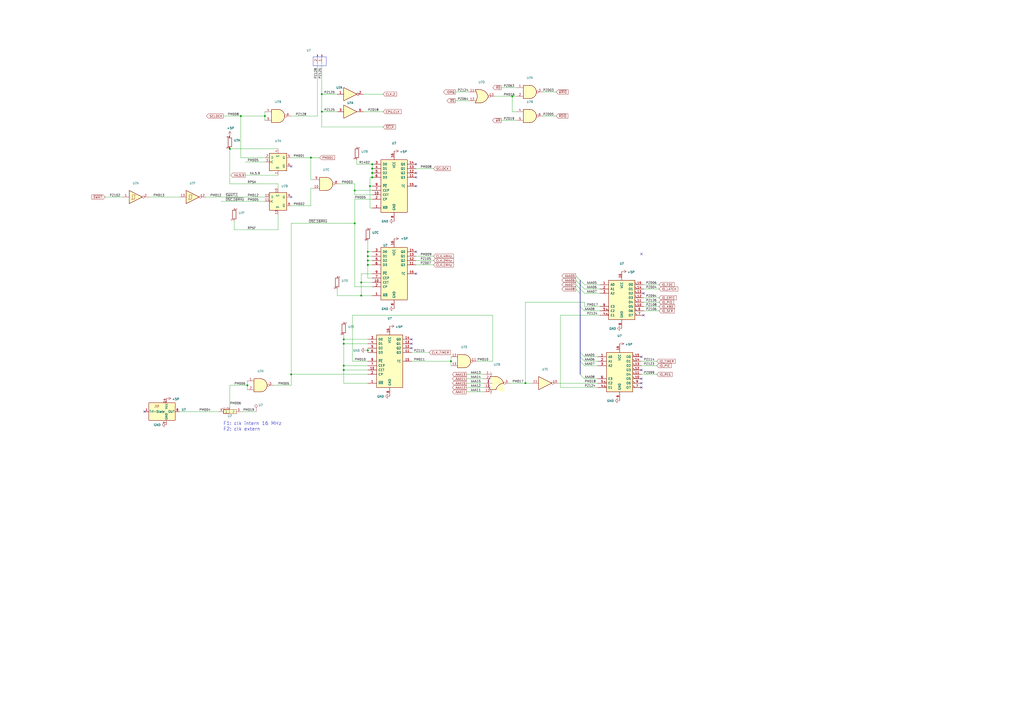
<source format=kicad_sch>
(kicad_sch (version 20220820) (generator eeschema)
  (paper "A2")
  (title_block (title "P12 CLK IO"))
  (lib_symbols
    (symbol "74xx:74LS00" (pin_names (offset 1.016))
      (property "Reference" "U" (at 0 1.27 0))
      (property "Value" "74LS00" (at 0 -1.27 0))
      (symbol "74LS00_1_1"
        (pin input line (at -7.62 2.54 0) (length 3.81) (name "~") (number "1"))
        (pin input line (at -7.62 -2.54 0) (length 3.81) (name "~") (number "2"))
        (pin output inverted (at 7.62 0 180) (length 3.81) (name "~") (number "3"))
      )
      (symbol "74LS00_1_2"
        (pin input inverted (at -7.62 2.54 0) (length 4.318) (name "~") (number "1"))
        (pin input inverted (at -7.62 -2.54 0) (length 4.318) (name "~") (number "2"))
        (pin output line (at 7.62 0 180) (length 3.81) (name "~") (number "3"))
      )
      (symbol "74LS00_2_1"
        (pin input line (at -7.62 2.54 0) (length 3.81) (name "~") (number "4"))
        (pin input line (at -7.62 -2.54 0) (length 3.81) (name "~") (number "5"))
        (pin output inverted (at 7.62 0 180) (length 3.81) (name "~") (number "6"))
      )
      (symbol "74LS00_2_2"
        (pin input inverted (at -7.62 2.54 0) (length 4.318) (name "~") (number "4"))
        (pin input inverted (at -7.62 -2.54 0) (length 4.318) (name "~") (number "5"))
        (pin output line (at 7.62 0 180) (length 3.81) (name "~") (number "6"))
      )
      (symbol "74LS00_3_1"
        (pin input line (at -7.62 -2.54 0) (length 3.81) (name "~") (number "10"))
        (pin output inverted (at 7.62 0 180) (length 3.81) (name "~") (number "8"))
        (pin input line (at -7.62 2.54 0) (length 3.81) (name "~") (number "9"))
      )
      (symbol "74LS00_3_2"
        (pin input inverted (at -7.62 -2.54 0) (length 4.318) (name "~") (number "10"))
        (pin output line (at 7.62 0 180) (length 3.81) (name "~") (number "8"))
        (pin input inverted (at -7.62 2.54 0) (length 4.318) (name "~") (number "9"))
      )
      (symbol "74LS00_4_1"
        (pin output inverted (at 7.62 0 180) (length 3.81) (name "~") (number "11"))
        (pin input line (at -7.62 2.54 0) (length 3.81) (name "~") (number "12"))
        (pin input line (at -7.62 -2.54 0) (length 3.81) (name "~") (number "13"))
      )
      (symbol "74LS00_4_2"
        (pin output line (at 7.62 0 180) (length 3.81) (name "~") (number "11"))
        (pin input inverted (at -7.62 2.54 0) (length 4.318) (name "~") (number "12"))
        (pin input inverted (at -7.62 -2.54 0) (length 4.318) (name "~") (number "13"))
      )
      (symbol "74LS00_5_0"
        (pin power_in line (at 0 12.7 270) (length 5.08) (name "VCC") (number "14"))
        (pin power_in line (at 0 -12.7 90) (length 5.08) (name "GND") (number "7"))
      )
    )
    (symbol "74xx:74LS02" (pin_names (offset 1.016))
      (property "Reference" "U" (at 0 1.27 0))
      (property "Value" "74LS02" (at 0 -1.27 0))
      (symbol "74LS02_1_1"
        (pin output inverted (at 7.62 0 180) (length 3.81) (name "~") (number "1"))
        (pin input line (at -7.62 2.54 0) (length 4.318) (name "~") (number "2"))
        (pin input line (at -7.62 -2.54 0) (length 4.318) (name "~") (number "3"))
      )
      (symbol "74LS02_1_2"
        (pin output line (at 7.62 0 180) (length 3.81) (name "~") (number "1"))
        (pin input inverted (at -7.62 2.54 0) (length 3.81) (name "~") (number "2"))
        (pin input inverted (at -7.62 -2.54 0) (length 3.81) (name "~") (number "3"))
      )
      (symbol "74LS02_2_1"
        (pin output inverted (at 7.62 0 180) (length 3.81) (name "~") (number "4"))
        (pin input line (at -7.62 2.54 0) (length 4.318) (name "~") (number "5"))
        (pin input line (at -7.62 -2.54 0) (length 4.318) (name "~") (number "6"))
      )
      (symbol "74LS02_2_2"
        (pin output line (at 7.62 0 180) (length 3.81) (name "~") (number "4"))
        (pin input inverted (at -7.62 2.54 0) (length 3.81) (name "~") (number "5"))
        (pin input inverted (at -7.62 -2.54 0) (length 3.81) (name "~") (number "6"))
      )
      (symbol "74LS02_3_1"
        (pin output inverted (at 7.62 0 180) (length 3.81) (name "~") (number "10"))
        (pin input line (at -7.62 2.54 0) (length 4.318) (name "~") (number "8"))
        (pin input line (at -7.62 -2.54 0) (length 4.318) (name "~") (number "9"))
      )
      (symbol "74LS02_3_2"
        (pin output line (at 7.62 0 180) (length 3.81) (name "~") (number "10"))
        (pin input inverted (at -7.62 2.54 0) (length 3.81) (name "~") (number "8"))
        (pin input inverted (at -7.62 -2.54 0) (length 3.81) (name "~") (number "9"))
      )
      (symbol "74LS02_4_1"
        (pin input line (at -7.62 2.54 0) (length 4.318) (name "~") (number "11"))
        (pin input line (at -7.62 -2.54 0) (length 4.318) (name "~") (number "12"))
        (pin output inverted (at 7.62 0 180) (length 3.81) (name "~") (number "13"))
      )
      (symbol "74LS02_4_2"
        (pin input inverted (at -7.62 2.54 0) (length 3.81) (name "~") (number "11"))
        (pin input inverted (at -7.62 -2.54 0) (length 3.81) (name "~") (number "12"))
        (pin output line (at 7.62 0 180) (length 3.81) (name "~") (number "13"))
      )
      (symbol "74LS02_5_0"
        (pin power_in line (at 0 12.7 270) (length 5.08) (name "VCC") (number "14"))
        (pin power_in line (at 0 -12.7 90) (length 5.08) (name "GND") (number "7"))
      )
    )
    (symbol "74xx:74LS04"
      (property "Reference" "U" (at 0 1.27 0))
      (property "Value" "74LS04" (at 0 -1.27 0))
      (symbol "74LS04_1_0"
        (pin input line (at -7.62 0 0) (length 3.81) (name "~") (number "1"))
        (pin output inverted (at 7.62 0 180) (length 3.81) (name "~") (number "2"))
      )
      (symbol "74LS04_2_0"
        (pin input line (at -7.62 0 0) (length 3.81) (name "~") (number "3"))
        (pin output inverted (at 7.62 0 180) (length 3.81) (name "~") (number "4"))
      )
      (symbol "74LS04_3_0"
        (pin input line (at -7.62 0 0) (length 3.81) (name "~") (number "5"))
        (pin output inverted (at 7.62 0 180) (length 3.81) (name "~") (number "6"))
      )
      (symbol "74LS04_4_0"
        (pin output inverted (at 7.62 0 180) (length 3.81) (name "~") (number "8"))
        (pin input line (at -7.62 0 0) (length 3.81) (name "~") (number "9"))
      )
      (symbol "74LS04_5_0"
        (pin output inverted (at 7.62 0 180) (length 3.81) (name "~") (number "10"))
        (pin input line (at -7.62 0 0) (length 3.81) (name "~") (number "11"))
      )
      (symbol "74LS04_6_0"
        (pin output inverted (at 7.62 0 180) (length 3.81) (name "~") (number "12"))
        (pin input line (at -7.62 0 0) (length 3.81) (name "~") (number "13"))
      )
      (symbol "74LS04_7_0"
        (pin power_in line (at 0 12.7 270) (length 5.08) (name "VCC") (number "14"))
        (pin power_in line (at 0 -12.7 90) (length 5.08) (name "GND") (number "7"))
      )
    )
    (symbol "74xx:74LS138" (pin_names (offset 1.016))
      (property "Reference" "U" (at -7.62 11.43 0))
      (property "Value" "74LS138" (at -7.62 -13.97 0))
      (symbol "74LS138_1_0"
        (pin input line (at -12.7 7.62 0) (length 5.08) (name "A0") (number "1"))
        (pin output output_low (at 12.7 -5.08 180) (length 5.08) (name "O5") (number "10"))
        (pin output output_low (at 12.7 -2.54 180) (length 5.08) (name "O4") (number "11"))
        (pin output output_low (at 12.7 0 180) (length 5.08) (name "O3") (number "12"))
        (pin output output_low (at 12.7 2.54 180) (length 5.08) (name "O2") (number "13"))
        (pin output output_low (at 12.7 5.08 180) (length 5.08) (name "O1") (number "14"))
        (pin output output_low (at 12.7 7.62 180) (length 5.08) (name "O0") (number "15"))
        (pin power_in line (at 0 15.24 270) (length 5.08) (name "VCC") (number "16"))
        (pin input line (at -12.7 5.08 0) (length 5.08) (name "A1") (number "2"))
        (pin input line (at -12.7 2.54 0) (length 5.08) (name "A2") (number "3"))
        (pin input input_low (at -12.7 -10.16 0) (length 5.08) (name "E1") (number "4"))
        (pin input input_low (at -12.7 -7.62 0) (length 5.08) (name "E2") (number "5"))
        (pin input line (at -12.7 -5.08 0) (length 5.08) (name "E3") (number "6"))
        (pin output output_low (at 12.7 -10.16 180) (length 5.08) (name "O7") (number "7"))
        (pin power_in line (at 0 -17.78 90) (length 5.08) (name "GND") (number "8"))
        (pin output output_low (at 12.7 -7.62 180) (length 5.08) (name "O6") (number "9"))
      )
    )
    (symbol "74xx:74LS14" (pin_names (offset 1.016))
      (property "Reference" "U" (at 0 1.27 0))
      (property "Value" "74LS14" (at 0 -1.27 0))
      (symbol "74LS14_1_0"
        (pin input line (at -7.62 0 0) (length 3.81) (name "~") (number "1"))
        (pin output inverted (at 7.62 0 180) (length 3.81) (name "~") (number "2"))
      )
      (symbol "74LS14_2_0"
        (pin input line (at -7.62 0 0) (length 3.81) (name "~") (number "3"))
        (pin output inverted (at 7.62 0 180) (length 3.81) (name "~") (number "4"))
      )
      (symbol "74LS14_3_0"
        (pin input line (at -7.62 0 0) (length 3.81) (name "~") (number "5"))
        (pin output inverted (at 7.62 0 180) (length 3.81) (name "~") (number "6"))
      )
      (symbol "74LS14_4_0"
        (pin output inverted (at 7.62 0 180) (length 3.81) (name "~") (number "8"))
        (pin input line (at -7.62 0 0) (length 3.81) (name "~") (number "9"))
      )
      (symbol "74LS14_5_0"
        (pin output inverted (at 7.62 0 180) (length 3.81) (name "~") (number "10"))
        (pin input line (at -7.62 0 0) (length 3.81) (name "~") (number "11"))
      )
      (symbol "74LS14_6_0"
        (pin output inverted (at 7.62 0 180) (length 3.81) (name "~") (number "12"))
        (pin input line (at -7.62 0 0) (length 3.81) (name "~") (number "13"))
      )
      (symbol "74LS14_7_0"
        (pin power_in line (at 0 12.7 270) (length 5.08) (name "VCC") (number "14"))
        (pin power_in line (at 0 -12.7 90) (length 5.08) (name "GND") (number "7"))
      )
    )
    (symbol "74xx:74LS163" (pin_names (offset 1.016))
      (property "Reference" "U" (at -7.62 16.51 0))
      (property "Value" "74LS163" (at -7.62 -16.51 0))
      (symbol "74LS163_1_0"
        (pin input line (at -12.7 -12.7 0) (length 5.08) (name "~{MR}") (number "1"))
        (pin input line (at -12.7 -5.08 0) (length 5.08) (name "CET") (number "10"))
        (pin output line (at 12.7 5.08 180) (length 5.08) (name "Q3") (number "11"))
        (pin output line (at 12.7 7.62 180) (length 5.08) (name "Q2") (number "12"))
        (pin output line (at 12.7 10.16 180) (length 5.08) (name "Q1") (number "13"))
        (pin output line (at 12.7 12.7 180) (length 5.08) (name "Q0") (number "14"))
        (pin output line (at 12.7 0 180) (length 5.08) (name "TC") (number "15"))
        (pin power_in line (at 0 20.32 270) (length 5.08) (name "VCC") (number "16"))
        (pin input line (at -12.7 -7.62 0) (length 5.08) (name "CP") (number "2"))
        (pin input line (at -12.7 12.7 0) (length 5.08) (name "D0") (number "3"))
        (pin input line (at -12.7 10.16 0) (length 5.08) (name "D1") (number "4"))
        (pin input line (at -12.7 7.62 0) (length 5.08) (name "D2") (number "5"))
        (pin input line (at -12.7 5.08 0) (length 5.08) (name "D3") (number "6"))
        (pin input line (at -12.7 -2.54 0) (length 5.08) (name "CEP") (number "7"))
        (pin power_in line (at 0 -20.32 90) (length 5.08) (name "GND") (number "8"))
        (pin input line (at -12.7 0 0) (length 5.08) (name "~{PE}") (number "9"))
      )
    )
    (symbol "74xx:74LS74" (pin_names (offset 1.016))
      (property "Reference" "U" (at -7.62 8.89 0))
      (property "Value" "74LS74" (at -7.62 -8.89 0))
      (symbol "74LS74_1_0"
        (pin input line (at 0 -7.62 90) (length 2.54) (name "~{R}") (number "1"))
        (pin input line (at -7.62 2.54 0) (length 2.54) (name "D") (number "2"))
        (pin input clock (at -7.62 0 0) (length 2.54) (name "C") (number "3"))
        (pin input line (at 0 7.62 270) (length 2.54) (name "~{S}") (number "4"))
        (pin output line (at 7.62 2.54 180) (length 2.54) (name "Q") (number "5"))
        (pin output line (at 7.62 -2.54 180) (length 2.54) (name "~{Q}") (number "6"))
      )
      (symbol "74LS74_2_0"
        (pin input line (at 0 7.62 270) (length 2.54) (name "~{S}") (number "10"))
        (pin input clock (at -7.62 0 0) (length 2.54) (name "C") (number "11"))
        (pin input line (at -7.62 2.54 0) (length 2.54) (name "D") (number "12"))
        (pin input line (at 0 -7.62 90) (length 2.54) (name "~{R}") (number "13"))
        (pin output line (at 7.62 -2.54 180) (length 2.54) (name "~{Q}") (number "8"))
        (pin output line (at 7.62 2.54 180) (length 2.54) (name "Q") (number "9"))
      )
      (symbol "74LS74_3_0"
        (pin power_in line (at 0 10.16 270) (length 2.54) (name "VCC") (number "14"))
        (pin power_in line (at 0 -10.16 90) (length 2.54) (name "GND") (number "7"))
      )
    )
    (symbol "Connector:Conn_01x02_Male" (pin_names (offset 1.016) hide)
      (property "Reference" "J" (at 0 2.54 0))
      (property "Value" "Conn_01x02_Male" (at 0 -5.08 0))
      (symbol "Conn_01x02_Male_1_1"
        (pin passive line (at 5.08 0 180) (length 3.81) (name "Pin_1") (number "1"))
        (pin passive line (at 5.08 -2.54 180) (length 3.81) (name "Pin_2") (number "2"))
      )
    )
    (symbol "Connector:TestPoint" (pin_numbers hide) (pin_names (offset 0.762) hide)
      (property "Reference" "TP" (at 0 6.858 0))
      (property "Value" "TestPoint" (at 0 5.08 0))
      (symbol "TestPoint_1_1"
        (pin passive line (at 0 0 90) (length 2.54) (name "1") (number "1"))
      )
    )
    (symbol "Device:R_Network07_Split" (pin_names (offset 0) hide)
      (property "Reference" "RN" (at 2.032 0 90))
      (property "Value" "R_Network07_Split" (at 0 0 90))
      (symbol "R_Network07_Split_1_1"
        (pin passive line (at 0 3.81 270) (length 1.27) (name "R1.1") (number "1"))
        (pin passive line (at 0 -3.81 90) (length 1.27) (name "R1.2") (number "2"))
      )
      (symbol "R_Network07_Split_2_1"
        (text "1" (at 0.889 3.175 900) (effects (font (size 1.27 1.27))))
        (pin passive line (at 0 -3.81 90) (length 1.27) (name "R2.2") (number "3"))
      )
      (symbol "R_Network07_Split_3_1"
        (text "1" (at 0.889 3.175 900) (effects (font (size 1.27 1.27))))
        (pin passive line (at 0 -3.81 90) (length 1.27) (name "R3.2") (number "4"))
      )
      (symbol "R_Network07_Split_4_1"
        (text "1" (at 0.889 3.175 900) (effects (font (size 1.27 1.27))))
        (pin passive line (at 0 -3.81 90) (length 1.27) (name "R4.2") (number "5"))
      )
      (symbol "R_Network07_Split_5_1"
        (text "1" (at 0.889 3.175 900) (effects (font (size 1.27 1.27))))
        (pin passive line (at 0 -3.81 90) (length 1.27) (name "R5.2") (number "6"))
      )
      (symbol "R_Network07_Split_6_1"
        (text "1" (at 0.889 3.175 900) (effects (font (size 1.27 1.27))))
        (pin passive line (at 0 -3.81 90) (length 1.27) (name "R6.2") (number "7"))
      )
      (symbol "R_Network07_Split_7_1"
        (text "1" (at 0.889 3.175 900) (effects (font (size 1.27 1.27))))
        (pin passive line (at 0 -3.81 90) (length 1.27) (name "R7.2") (number "8"))
      )
    )
    (symbol "LOET.DE:74LS260" (pin_names (offset 1.016))
      (property "Reference" "U" (at 1.27 12.7 0))
      (property "Value" "LOET.DE_74LS260" (at 5.08 10.16 0))
      (symbol "74LS260_1_1"
        (pin input line (at -7.62 -2.54 0) (length 4.318) (name "~") (number "10"))
        (pin input line (at -7.62 -5.08 0) (length 4.318) (name "~") (number "11"))
        (pin input line (at -7.62 5.08 0) (length 4.318) (name "~") (number "4"))
        (pin output inverted (at 7.62 0 180) (length 3.81) (name "~") (number "6"))
        (pin input line (at -7.62 2.54 0) (length 4.318) (name "~") (number "8"))
        (pin input line (at -7.62 0 0) (length 4.953) (name "~") (number "9"))
      )
      (symbol "74LS260_2_1"
        (pin input line (at -7.62 5.08 0) (length 4.318) (name "~") (number "1"))
        (pin input line (at -7.62 -2.54 0) (length 4.318) (name "~") (number "12"))
        (pin input line (at -7.62 -5.08 0) (length 4.318) (name "~") (number "13"))
        (pin input line (at -7.62 2.54 0) (length 4.318) (name "~") (number "2"))
        (pin input line (at -7.62 0 0) (length 4.953) (name "~") (number "3"))
        (pin output inverted (at 7.62 0 180) (length 3.81) (name "~") (number "5"))
      )
      (symbol "74LS260_3_1"
        (pin power_in line (at 0 13.97 270) (length 5.08) (name "VCC") (number "14"))
        (pin power_in line (at 0 -11.43 90) (length 5.08) (name "GND") (number "7"))
      )
    )
    (symbol "LOET.DE:HH3006A" (pin_names (offset 1.016))
      (property "Reference" "U" (at -2.54 2.54 0))
      (property "Value" "LOET.DE_HH3006A" (at 1.27 0 0))
      (symbol "HH3006A_1_1"
        (pin input line (at -7.62 -6.35 0) (length 3.81) (name "~") (number "3"))
        (pin output line (at 7.62 -6.35 180) (length 3.81) (name "~") (number "6"))
      )
      (symbol "HH3006A_2_1"
        (pin power_in line (at -3.81 3.81 270) (length 5.08) (name "VCC") (number "1"))
        (pin passive line (at 1.27 -6.35 0) (length 0) (name "~") (number "2"))
        (pin passive line (at 1.27 -10.16 0) (length 0) (name "~") (number "4"))
        (pin power_in line (at -3.81 -21.59 90) (length 5.08) (name "GND") (number "5"))
      )
    )
    (symbol "LOET.DE:M20-Jumper.1" (pin_names (offset 1.016))
      (property "Reference" "JP" (at 0 2.54 0))
      (symbol "M20-Jumper.1_1_1"
        (pin bidirectional line (at 6.35 0 180) (length 2.54) (name "1") (number "1"))
        (pin bidirectional line (at 0 -2.54 90) (length 1.1938) (name "~") (number "2"))
        (pin bidirectional line (at -6.35 0 0) (length 2.54) (name "2") (number "3"))
      )
    )
    (symbol "Oscillator:ACO-xxxMHz-A" (pin_names (offset 0.254))
      (property "Reference" "X" (at -5.08 6.35 0))
      (property "Value" "ACO-xxxMHz-A" (at 1.27 -6.35 0))
      (symbol "ACO-xxxMHz-A_1_1"
        (pin input line (at -12.7 0 0) (length 2.54) (name "Tri-State") (number "1"))
        (pin power_in line (at 0 7.62 270) (length 2.54) (name "Vcc") (number "14"))
        (pin power_in line (at 0 -7.62 90) (length 2.54) (name "GND") (number "7"))
        (pin output line (at 7.62 0 180) (length 2.54) (name "OUT") (number "8"))
      )
    )
    (symbol "power:+5P" (power) (pin_names (offset 0))
      (property "Value" "+5P" (at 0 3.556 0))
      (symbol "+5P_1_1"
        (pin power_in line (at 0 0 90) (length 0) hide (name "+5P") (number "1"))
      )
    )
    (symbol "power:GND" (power) (pin_names (offset 0))
      (property "Value" "GND" (at 0 -3.81 0))
      (symbol "GND_1_1"
        (pin power_in line (at 0 0 270) (length 0) hide (name "GND") (number "1"))
      )
    )
  )
  (junction (at 168.91 217.17))
  (junction (at 261.62 209.55))
  (junction (at 153.67 67.31))
  (junction (at 180.34 91.44))
  (junction (at 209.55 171.45))
  (junction (at 215.9 97.79))
  (junction (at 214.63 107.95))
  (junction (at 215.9 95.25))
  (junction (at 213.36 146.05))
  (junction (at 186.69 54.61))
  (junction (at 213.36 153.67))
  (junction (at 143.51 223.52))
  (junction (at 199.39 199.39))
  (junction (at 297.18 55.88))
  (junction (at 205.74 129.54))
  (junction (at 199.39 212.09))
  (junction (at 213.36 148.59))
  (junction (at 209.55 163.83))
  (junction (at 199.39 214.63))
  (junction (at 205.74 110.49))
  (junction (at 133.35 86.36))
  (junction (at 213.36 203.2))
  (junction (at 139.7 67.31))
  (junction (at 215.9 100.33))
  (junction (at 215.9 102.87))
  (junction (at 199.39 196.85))
  (junction (at 186.69 64.77))
  (junction (at 304.8 222.25))
  (junction (at 213.36 151.13))
  (no_connect (at 372.11 147.32))
  (no_connect (at 168.91 114.3))
  (no_connect (at 241.3 102.87))
  (no_connect (at 372.11 222.25))
  (no_connect (at 372.11 224.79))
  (no_connect (at 241.3 146.05))
  (no_connect (at 238.76 201.93))
  (no_connect (at 373.38 170.18))
  (no_connect (at 238.76 199.39))
  (no_connect (at 241.3 158.75))
  (no_connect (at 372.11 207.01))
  (no_connect (at 372.11 219.71))
  (no_connect (at 241.3 107.95))
  (no_connect (at 83.82 238.76))
  (no_connect (at 238.76 196.85))
  (no_connect (at 241.3 95.25))
  (no_connect (at 373.38 182.88))
  (no_connect (at 168.91 96.52))
  (no_connect (at 241.3 100.33))
  (no_connect (at 372.11 214.63))
  (bus_entry (at 334.01 167.64) (size 2.54 2.54))
  (bus_entry (at 334.01 160.02) (size 2.54 2.54))
  (bus_entry (at 336.55 177.8) (size 2.54 2.54))
  (bus_entry (at 336.55 209.55) (size 2.54 2.54))
  (bus_entry (at 336.55 162.56) (size 2.54 2.54))
  (bus_entry (at 336.55 207.01) (size 2.54 2.54))
  (bus_entry (at 336.55 167.64) (size 2.54 2.54))
  (bus_entry (at 334.01 165.1) (size 2.54 2.54))
  (bus_entry (at 334.01 162.56) (size 2.54 2.54))
  (bus_entry (at 336.55 204.47) (size 2.54 2.54))
  (bus_entry (at 336.55 165.1) (size 2.54 2.54))
  (bus_entry (at 336.55 217.17) (size 2.54 2.54))
  (wire (pts (xy 119.38 114.3) (xy 153.67 114.3)))
  (wire (pts (xy 339.09 219.71) (xy 346.71 219.71)))
  (wire (pts (xy 199.39 212.09) (xy 199.39 214.63)))
  (wire (pts (xy 297.18 64.77) (xy 299.72 64.77)))
  (wire (pts (xy 195.58 167.64) (xy 195.58 171.45)))
  (polyline (pts (xy 189.23 38.1) (xy 181.61 38.1)))
  (wire (pts (xy 339.09 180.34) (xy 347.98 180.34)))
  (wire (pts (xy 135.89 128.27) (xy 135.89 133.35)))
  (wire (pts (xy 270.51 222.25) (xy 280.67 222.25)))
  (wire (pts (xy 213.36 146.05) (xy 215.9 146.05)))
  (wire (pts (xy 148.59 238.76) (xy 139.7 238.76)))
  (wire (pts (xy 207.01 95.25) (xy 215.9 95.25)))
  (wire (pts (xy 373.38 172.72) (xy 382.27 172.72)))
  (wire (pts (xy 199.39 196.85) (xy 199.39 199.39)))
  (wire (pts (xy 184.15 36.83) (xy 184.15 67.31)))
  (wire (pts (xy 314.96 53.34) (xy 322.58 53.34)))
  (wire (pts (xy 238.76 209.55) (xy 261.62 209.55)))
  (wire (pts (xy 153.67 91.44) (xy 139.7 91.44)))
  (wire (pts (xy 143.51 220.98) (xy 143.51 223.52)))
  (wire (pts (xy 339.09 165.1) (xy 347.98 165.1)))
  (wire (pts (xy 180.34 119.38) (xy 180.34 109.22)))
  (wire (pts (xy 213.36 161.29) (xy 215.9 161.29)))
  (wire (pts (xy 325.12 182.88) (xy 347.98 182.88)))
  (wire (pts (xy 199.39 214.63) (xy 199.39 222.25)))
  (wire (pts (xy 213.36 203.2) (xy 212.09 203.2)))
  (wire (pts (xy 209.55 158.75) (xy 209.55 163.83)))
  (polyline (pts (xy 181.61 38.1) (xy 181.61 33.02)))
  (wire (pts (xy 168.91 217.17) (xy 168.91 129.54)))
  (wire (pts (xy 209.55 163.83) (xy 215.9 163.83)))
  (wire (pts (xy 180.34 91.44) (xy 168.91 91.44)))
  (wire (pts (xy 304.8 175.26) (xy 304.8 222.25)))
  (wire (pts (xy 204.47 182.88) (xy 204.47 209.55)))
  (wire (pts (xy 251.46 153.67) (xy 241.3 153.67)))
  (polyline (pts (xy 189.23 33.02) (xy 189.23 38.1)))
  (wire (pts (xy 215.9 97.79) (xy 215.9 100.33)))
  (bus (pts (xy 336.55 207.01) (xy 336.55 209.55)))
  (wire (pts (xy 205.74 129.54) (xy 205.74 166.37)))
  (wire (pts (xy 86.36 114.3) (xy 104.14 114.3)))
  (bus (pts (xy 336.55 165.1) (xy 336.55 167.64)))
  (wire (pts (xy 186.69 73.66) (xy 186.69 64.77)))
  (wire (pts (xy 339.09 175.26) (xy 304.8 175.26)))
  (wire (pts (xy 238.76 204.47) (xy 248.92 204.47)))
  (wire (pts (xy 213.36 153.67) (xy 213.36 161.29)))
  (wire (pts (xy 139.7 91.44) (xy 139.7 67.31)))
  (wire (pts (xy 299.72 50.8) (xy 290.83 50.8)))
  (wire (pts (xy 276.86 209.55) (xy 285.75 209.55)))
  (wire (pts (xy 209.55 171.45) (xy 215.9 171.45)))
  (wire (pts (xy 215.9 158.75) (xy 209.55 158.75)))
  (wire (pts (xy 168.91 67.31) (xy 184.15 67.31)))
  (wire (pts (xy 270.51 227.33) (xy 280.67 227.33)))
  (wire (pts (xy 161.29 86.36) (xy 133.35 86.36)))
  (wire (pts (xy 199.39 212.09) (xy 213.36 212.09)))
  (wire (pts (xy 213.36 148.59) (xy 213.36 151.13)))
  (wire (pts (xy 195.58 171.45) (xy 209.55 171.45)))
  (wire (pts (xy 143.51 223.52) (xy 133.35 223.52)))
  (wire (pts (xy 186.69 73.66) (xy 222.25 73.66)))
  (wire (pts (xy 214.63 107.95) (xy 215.9 107.95)))
  (wire (pts (xy 153.67 67.31) (xy 153.67 69.85)))
  (bus (pts (xy 336.55 167.64) (xy 336.55 170.18)))
  (wire (pts (xy 180.34 91.44) (xy 185.42 91.44)))
  (wire (pts (xy 196.85 106.68) (xy 205.74 106.68)))
  (wire (pts (xy 214.63 107.95) (xy 214.63 102.87)))
  (wire (pts (xy 215.9 110.49) (xy 205.74 110.49)))
  (wire (pts (xy 304.8 222.25) (xy 308.61 222.25)))
  (wire (pts (xy 261.62 207.01) (xy 261.62 209.55)))
  (wire (pts (xy 168.91 223.52) (xy 158.75 223.52)))
  (wire (pts (xy 143.51 223.52) (xy 143.51 226.06)))
  (wire (pts (xy 213.36 151.13) (xy 213.36 153.67)))
  (wire (pts (xy 339.09 170.18) (xy 347.98 170.18)))
  (wire (pts (xy 153.67 93.98) (xy 142.24 93.98)))
  (wire (pts (xy 139.7 67.31) (xy 129.54 67.31)))
  (wire (pts (xy 199.39 199.39) (xy 199.39 212.09)))
  (wire (pts (xy 186.69 54.61) (xy 186.69 64.77)))
  (wire (pts (xy 180.34 119.38) (xy 168.91 119.38)))
  (wire (pts (xy 133.35 106.68) (xy 161.29 106.68)))
  (wire (pts (xy 339.09 167.64) (xy 347.98 167.64)))
  (wire (pts (xy 199.39 194.31) (xy 199.39 196.85)))
  (wire (pts (xy 373.38 177.8) (xy 382.27 177.8)))
  (polyline (pts (xy 181.61 33.02) (xy 189.23 33.02)))
  (wire (pts (xy 139.7 67.31) (xy 153.67 67.31)))
  (wire (pts (xy 251.46 148.59) (xy 241.3 148.59)))
  (wire (pts (xy 215.9 100.33) (xy 215.9 102.87)))
  (wire (pts (xy 251.46 151.13) (xy 241.3 151.13)))
  (wire (pts (xy 285.75 209.55) (xy 285.75 182.88)))
  (wire (pts (xy 213.36 201.93) (xy 213.36 203.2)))
  (wire (pts (xy 205.74 129.54) (xy 205.74 115.57)))
  (wire (pts (xy 180.34 104.14) (xy 181.61 104.14)))
  (bus (pts (xy 336.55 209.55) (xy 336.55 217.17)))
  (wire (pts (xy 271.78 53.34) (xy 264.16 53.34)))
  (wire (pts (xy 339.09 177.8) (xy 347.98 177.8)))
  (wire (pts (xy 372.11 209.55) (xy 381 209.55)))
  (wire (pts (xy 270.51 219.71) (xy 280.67 219.71)))
  (wire (pts (xy 186.69 64.77) (xy 195.58 64.77)))
  (wire (pts (xy 295.91 222.25) (xy 304.8 222.25)))
  (wire (pts (xy 372.11 217.17) (xy 381 217.17)))
  (wire (pts (xy 199.39 222.25) (xy 213.36 222.25)))
  (wire (pts (xy 213.36 146.05) (xy 213.36 148.59)))
  (wire (pts (xy 104.14 238.76) (xy 127 238.76)))
  (wire (pts (xy 153.67 64.77) (xy 153.67 67.31)))
  (wire (pts (xy 270.51 217.17) (xy 280.67 217.17)))
  (wire (pts (xy 199.39 199.39) (xy 213.36 199.39)))
  (wire (pts (xy 270.51 224.79) (xy 280.67 224.79)))
  (bus (pts (xy 336.55 177.8) (xy 336.55 204.47)))
  (wire (pts (xy 210.82 64.77) (xy 222.25 64.77)))
  (wire (pts (xy 325.12 224.79) (xy 346.71 224.79)))
  (wire (pts (xy 314.96 67.31) (xy 322.58 67.31)))
  (wire (pts (xy 213.36 151.13) (xy 215.9 151.13)))
  (wire (pts (xy 209.55 163.83) (xy 209.55 171.45)))
  (wire (pts (xy 213.36 196.85) (xy 199.39 196.85)))
  (wire (pts (xy 251.46 97.79) (xy 241.3 97.79)))
  (wire (pts (xy 205.74 166.37) (xy 215.9 166.37)))
  (wire (pts (xy 128.27 116.84) (xy 153.67 116.84)))
  (wire (pts (xy 290.83 69.85) (xy 299.72 69.85)))
  (bus (pts (xy 336.55 204.47) (xy 336.55 207.01)))
  (wire (pts (xy 373.38 175.26) (xy 382.27 175.26)))
  (wire (pts (xy 180.34 91.44) (xy 180.34 104.14)))
  (wire (pts (xy 285.75 182.88) (xy 204.47 182.88)))
  (wire (pts (xy 339.09 207.01) (xy 346.71 207.01)))
  (wire (pts (xy 214.63 120.65) (xy 214.63 107.95)))
  (wire (pts (xy 180.34 109.22) (xy 181.61 109.22)))
  (wire (pts (xy 325.12 224.79) (xy 325.12 182.88)))
  (wire (pts (xy 186.69 54.61) (xy 195.58 54.61)))
  (wire (pts (xy 323.85 222.25) (xy 346.71 222.25)))
  (wire (pts (xy 213.36 203.2) (xy 213.36 204.47)))
  (wire (pts (xy 135.89 133.35) (xy 161.29 133.35)))
  (wire (pts (xy 168.91 217.17) (xy 213.36 217.17)))
  (wire (pts (xy 339.09 209.55) (xy 346.71 209.55)))
  (bus (pts (xy 336.55 170.18) (xy 336.55 177.8)))
  (wire (pts (xy 215.9 95.25) (xy 215.9 97.79)))
  (wire (pts (xy 297.18 55.88) (xy 299.72 55.88)))
  (wire (pts (xy 213.36 214.63) (xy 199.39 214.63)))
  (wire (pts (xy 373.38 180.34) (xy 382.27 180.34)))
  (wire (pts (xy 207.01 92.71) (xy 207.01 95.25)))
  (wire (pts (xy 261.62 209.55) (xy 261.62 212.09)))
  (wire (pts (xy 168.91 217.17) (xy 168.91 223.52)))
  (wire (pts (xy 213.36 139.7) (xy 213.36 146.05)))
  (wire (pts (xy 60.96 114.3) (xy 71.12 114.3)))
  (wire (pts (xy 205.74 106.68) (xy 205.74 110.49)))
  (wire (pts (xy 215.9 115.57) (xy 205.74 115.57)))
  (wire (pts (xy 133.35 223.52) (xy 133.35 236.22)))
  (wire (pts (xy 215.9 113.03) (xy 205.74 113.03)))
  (wire (pts (xy 210.82 54.61) (xy 222.25 54.61)))
  (wire (pts (xy 373.38 165.1) (xy 382.27 165.1)))
  (wire (pts (xy 214.63 102.87) (xy 215.9 102.87)))
  (wire (pts (xy 372.11 212.09) (xy 381 212.09)))
  (wire (pts (xy 161.29 133.35) (xy 161.29 124.46)))
  (wire (pts (xy 213.36 148.59) (xy 215.9 148.59)))
  (wire (pts (xy 161.29 106.68) (xy 161.29 109.22)))
  (wire (pts (xy 186.69 36.83) (xy 186.69 54.61)))
  (wire (pts (xy 373.38 167.64) (xy 382.27 167.64)))
  (wire (pts (xy 287.02 55.88) (xy 297.18 55.88)))
  (wire (pts (xy 168.91 129.54) (xy 205.74 129.54)))
  (wire (pts (xy 213.36 153.67) (xy 215.9 153.67)))
  (wire (pts (xy 204.47 209.55) (xy 213.36 209.55)))
  (wire (pts (xy 339.09 212.09) (xy 346.71 212.09)))
  (wire (pts (xy 214.63 120.65) (xy 215.9 120.65)))
  (wire (pts (xy 339.09 177.8) (xy 339.09 175.26)))
  (wire (pts (xy 142.24 101.6) (xy 161.29 101.6)))
  (bus (pts (xy 336.55 162.56) (xy 336.55 165.1)))
  (wire (pts (xy 264.16 58.42) (xy 271.78 58.42)))
  (wire (pts (xy 297.18 55.88) (xy 297.18 64.77)))
  (wire (pts (xy 133.35 86.36) (xy 133.35 106.68)))
  (wire (pts (xy 205.74 110.49) (xy 205.74 113.03)))
  (text "F1: clk intern 16 MHz\nF2: clk extern" (at 129.54 250.19 0) (effects (font (size 2.0066 2.0066)) (justify left bottom)))
  (label "PZ108" (at 374.65 177.8 0))
  (label "RP5F" (at 143.51 133.35 0))
  (label "AAA11" (at 273.05 227.33 0))
  (label "PZ125" (at 186.69 39.37 270))
  (label "PZ125" (at 187.96 64.77 0))
  (label "PZ063" (at 292.1 50.8 0))
  (label "PZ105" (at 243.84 151.13 0))
  (label "RP5A" (at 143.51 106.68 0))
  (label "PM009" (at 243.84 148.59 0))
  (label "PZ125" (at 187.96 54.61 0))
  (label "PM012" (at 143.51 114.3 0))
  (label "PZ004" (at 374.65 167.64 0))
  (label "AAA06" (at 340.36 167.64 0))
  (label "PZ019" (at 292.1 69.85 0))
  (label "PZ003" (at 314.96 53.34 0))
  (label "AAA14" (at 273.05 219.71 0))
  (label "AAA15" (at 273.05 222.25 0))
  (label "PM017" (at 297.18 222.25 0))
  (label "PZ114" (at 373.38 209.55 0))
  (label "AAA08" (at 339.09 219.71 0))
  (label "PM004" (at 115.57 238.76 0))
  (label "R1402" (at 208.28 95.25 0))
  (label "~{OSC.16MHz}" (at 130.81 116.84 0))
  (label "PZ123" (at 373.38 212.09 0))
  (label "AAA07" (at 339.09 212.09 0))
  (label "PZ018" (at 213.36 64.77 0))
  (label "PZ064" (at 265.43 58.42 0))
  (label "PM008" (at 132.08 67.31 0))
  (label "PM003" (at 198.12 106.68 0))
  (label "AAA05" (at 340.36 165.1 0))
  (label "PZ005" (at 314.96 67.31 0))
  (label "PM017" (at 340.36 177.8 0))
  (label "PM013" (at 88.9 114.3 0))
  (label "PZ007" (at 243.84 153.67 0))
  (label "PZ124" (at 340.36 182.88 0))
  (label "XA.5.9" (at 144.78 101.6 0))
  (label "AAA07" (at 340.36 170.18 0))
  (label "PZ126" (at 374.65 175.26 0))
  (label "PM006" (at 135.89 223.52 0))
  (label "PM008" (at 243.84 97.79 0))
  (label "~{OSC.16MHz}" (at 179.07 129.54 0))
  (label "PM012" (at 121.92 114.3 0))
  (label "PM010" (at 276.86 209.55 0))
  (label "PM006" (at 133.35 234.95 0))
  (label "AAA12" (at 273.05 224.79 0))
  (label "PZ106" (at 374.65 180.34 0))
  (label "PZ006" (at 374.65 165.1 0))
  (label "PM005" (at 161.29 223.52 0))
  (label "PM005" (at 143.51 116.84 0))
  (label "AAA13" (at 273.05 217.17 0))
  (label "PZ124" (at 265.43 53.34 0))
  (label "PM018" (at 339.09 222.25 0))
  (label "AAA05" (at 339.09 207.01 0))
  (label "PZ128" (at 177.8 67.31 180))
  (label "PZ124" (at 339.09 224.79 0))
  (label "PM002" (at 170.18 119.38 0))
  (label "PM001" (at 170.18 91.44 0))
  (label "PZ094" (at 374.65 172.72 0))
  (label "AAA06" (at 339.09 209.55 0))
  (label "PZ102" (at 63.5 114.3 0))
  (label "PM010" (at 205.74 209.55 0))
  (label "AAA08" (at 339.09 180.34 0))
  (label "PM016" (at 292.1 55.88 0))
  (label "~{SWAIT.1}" (at 130.81 114.3 0))
  (label "PM011" (at 240.03 209.55 0))
  (label "PM005" (at 143.51 93.98 0))
  (label "PM005" (at 205.74 115.57 0))
  (label "PM019" (at 140.97 238.76 0))
  (label "PZ128" (at 184.15 39.37 270))
  (label "PZ115" (at 240.03 204.47 0))
  (label "PZ099" (at 373.38 217.17 0))
  (global_label "AAA08" (shape output) (at 334.01 167.64 180) (property "Intersheetrefs" "${INTERSHEET_REFS}" (at 0 0 0)))
  (global_label "CLK.1MHz" (shape input) (at 251.46 153.67 0) (property "Intersheetrefs" "${INTERSHEET_REFS}" (at 0 0 0)))
  (global_label "CLK.2MHz" (shape input) (at 251.46 151.13 0) (property "Intersheetrefs" "${INTERSHEET_REFS}" (at 0 0 0)))
  (global_label "PM001" (shape input) (at 185.42 91.44 0) (property "Intersheetrefs" "${INTERSHEET_REFS}" (at 0 0 0)))
  (global_label "~{WRIO}" (shape input) (at 322.58 53.34 0) (property "Intersheetrefs" "${INTERSHEET_REFS}" (at 0 0 0)))
  (global_label "XA.5.9" (shape output) (at 142.24 101.6 180) (property "Intersheetrefs" "${INTERSHEET_REFS}" (at 0 0 0)))
  (global_label "AAA11" (shape output) (at 270.51 227.33 180) (property "Intersheetrefs" "${INTERSHEET_REFS}" (at 0 0 0)))
  (global_label "~{SWAIT}" (shape input) (at 60.96 114.3 180) (property "Intersheetrefs" "${INTERSHEET_REFS}" (at 0 0 0)))
  (global_label "AAA14" (shape output) (at 270.51 219.71 180) (property "Intersheetrefs" "${INTERSHEET_REFS}" (at 0 0 0)))
  (global_label "CLK_TIMER" (shape input) (at 248.92 204.47 0) (property "Intersheetrefs" "${INTERSHEET_REFS}" (at 0 0 0)))
  (global_label "AAA06" (shape output) (at 334.01 162.56 180) (property "Intersheetrefs" "${INTERSHEET_REFS}" (at 0 0 0)))
  (global_label "IO_PIC" (shape input) (at 381 212.09 0) (property "Intersheetrefs" "${INTERSHEET_REFS}" (at 0 0 0)))
  (global_label "~{WR}" (shape output) (at 290.83 69.85 180) (property "Intersheetrefs" "${INTERSHEET_REFS}" (at 0 0 0)))
  (global_label "~{DS}" (shape output) (at 264.16 58.42 180) (property "Intersheetrefs" "${INTERSHEET_REFS}" (at 0 0 0)))
  (global_label "IO_CRTC" (shape input) (at 382.27 172.72 0) (property "Intersheetrefs" "${INTERSHEET_REFS}" (at 0 0 0)))
  (global_label "IO_TIMER" (shape input) (at 381 209.55 0) (property "Intersheetrefs" "${INTERSHEET_REFS}" (at 0 0 0)))
  (global_label "AAA13" (shape output) (at 270.51 217.17 180) (property "Intersheetrefs" "${INTERSHEET_REFS}" (at 0 0 0)))
  (global_label "IO_KBD" (shape input) (at 382.27 177.8 0) (property "Intersheetrefs" "${INTERSHEET_REFS}" (at 0 0 0)))
  (global_label "SCLOCK" (shape output) (at 129.54 67.31 180) (property "Intersheetrefs" "${INTERSHEET_REFS}" (at 0 0 0)))
  (global_label "CLK.4MHz" (shape input) (at 251.46 148.59 0) (property "Intersheetrefs" "${INTERSHEET_REFS}" (at 0 0 0)))
  (global_label "IO_SER" (shape input) (at 382.27 180.34 0) (property "Intersheetrefs" "${INTERSHEET_REFS}" (at 0 0 0)))
  (global_label "~{RDIO}" (shape input) (at 322.58 67.31 0) (property "Intersheetrefs" "${INTERSHEET_REFS}" (at 0 0 0)))
  (global_label "SCLOCK" (shape input) (at 251.46 97.79 0) (property "Intersheetrefs" "${INTERSHEET_REFS}" (at 0 0 0)))
  (global_label "IORQ" (shape output) (at 264.16 53.34 180) (property "Intersheetrefs" "${INTERSHEET_REFS}" (at 0 0 0)))
  (global_label "~{SCLK}" (shape input) (at 222.25 73.66 0) (property "Intersheetrefs" "${INTERSHEET_REFS}" (at 0 0 0)))
  (global_label "CLK.2" (shape input) (at 222.25 54.61 0) (property "Intersheetrefs" "${INTERSHEET_REFS}" (at 0 0 0)))
  (global_label "CPU.CLK" (shape input) (at 222.25 64.77 0) (property "Intersheetrefs" "${INTERSHEET_REFS}" (at 0 0 0)))
  (global_label "~{RD}" (shape output) (at 290.83 50.8 180) (property "Intersheetrefs" "${INTERSHEET_REFS}" (at 0 0 0)))
  (global_label "AAA07" (shape output) (at 334.01 165.1 180) (property "Intersheetrefs" "${INTERSHEET_REFS}" (at 0 0 0)))
  (global_label "IO_PIO" (shape input) (at 382.27 175.26 0) (property "Intersheetrefs" "${INTERSHEET_REFS}" (at 0 0 0)))
  (global_label "IO_LATCH" (shape input) (at 382.27 167.64 0) (property "Intersheetrefs" "${INTERSHEET_REFS}" (at 0 0 0)))
  (global_label "AAA05" (shape output) (at 334.01 160.02 180) (property "Intersheetrefs" "${INTERSHEET_REFS}" (at 0 0 0)))
  (global_label "IO_REG" (shape input) (at 381 217.17 0) (property "Intersheetrefs" "${INTERSHEET_REFS}" (at 0 0 0)))
  (global_label "IO_FDC" (shape input) (at 382.27 165.1 0) (property "Intersheetrefs" "${INTERSHEET_REFS}" (at 0 0 0)))
  (global_label "AAA12" (shape output) (at 270.51 224.79 180) (property "Intersheetrefs" "${INTERSHEET_REFS}" (at 0 0 0)))
  (global_label "AAA15" (shape output) (at 270.51 222.25 180) (property "Intersheetrefs" "${INTERSHEET_REFS}" (at 0 0 0)))
  (symbol (lib_id "Connector:Conn_01x02_Male") (at 186.69 31.75 270) (unit 1)
    (default_instance (reference "") (unit 1) (value "") (footprint ""))
  )
  (symbol (lib_id "74xx:74LS74") (at 161.29 116.84 0) (unit 2)
    (default_instance (reference "") (unit 1) (value "") (footprint ""))
    (property "Datasheet" "74xx/74hc_hct74.pdf" (effects hide))
  )
  (symbol (lib_id "74xx:74LS74") (at 161.29 93.98 0) (unit 1)
    (default_instance (reference "") (unit 1) (value "") (footprint ""))
    (property "Datasheet" "74xx/74hc_hct74.pdf" (effects hide))
  )
  (symbol (lib_id "74xx:74LS00") (at 151.13 223.52 0) (unit 1)
    (default_instance (reference "") (unit 1) (value "") (footprint ""))
    (property "Datasheet" "http://www.ti.com/lit/gpn/sn74ls00" (effects hide))
  )
  (symbol (lib_id "74xx:74LS163") (at 226.06 209.55 0) (unit 1)
    (default_instance (reference "") (unit 1) (value "") (footprint ""))
    (property "Datasheet" "http://www.ti.com/lit/gpn/sn74LS163" (effects hide))
  )
  (symbol (lib_id "power:GND") (at 212.09 203.2 270) (unit 1)
    (default_instance (reference "") (unit 1) (value "") (footprint ""))
  )
  (symbol (lib_id "74xx:74LS14") (at 78.74 114.3 0) (unit 1)
    (default_instance (reference "") (unit 1) (value "") (footprint ""))
    (property "Datasheet" "http://www.ti.com/lit/gpn/sn74LS14" (effects hide))
  )
  (symbol (lib_id "74xx:74LS04") (at 203.2 54.61 0) (unit 1)
    (default_instance (reference "") (unit 1) (value "") (footprint ""))
    (property "Datasheet" "http://www.ti.com/lit/gpn/sn74LS04" (effects hide))
  )
  (symbol (lib_id "74xx:74LS163") (at 228.6 158.75 0) (unit 1)
    (default_instance (reference "") (unit 1) (value "") (footprint ""))
    (property "Datasheet" "http://www.ti.com/lit/gpn/sn74LS163" (effects hide))
  )
  (symbol (lib_id "74xx:74LS163") (at 228.6 107.95 0) (unit 1)
    (default_instance (reference "") (unit 1) (value "") (footprint ""))
    (property "Datasheet" "http://www.ti.com/lit/gpn/sn74LS163" (effects hide))
  )
  (symbol (lib_id "74xx:74LS00") (at 189.23 106.68 0) (unit 3)
    (default_instance (reference "") (unit 1) (value "") (footprint ""))
    (property "Datasheet" "http://www.ti.com/lit/gpn/sn74ls00" (effects hide))
  )
  (symbol (lib_id "power:GND") (at 228.6 179.07 270) (unit 1)
    (default_instance (reference "") (unit 1) (value "") (footprint ""))
  )
  (symbol (lib_id "power:+5P") (at 228.6 138.43 270) (unit 1)
    (default_instance (reference "") (unit 1) (value "") (footprint ""))
  )
  (symbol (lib_id "74xx:74LS02") (at 279.4 55.88 0) (unit 4)
    (default_instance (reference "") (unit 1) (value "") (footprint ""))
    (property "Datasheet" "http://www.ti.com/lit/gpn/sn74ls02" (effects hide))
  )
  (symbol (lib_id "74xx:74LS138") (at 360.68 172.72 0) (unit 1)
    (default_instance (reference "") (unit 1) (value "") (footprint ""))
    (property "Datasheet" "http://www.ti.com/lit/gpn/sn74LS138" (effects hide))
  )
  (symbol (lib_id "74xx:74LS138") (at 359.41 214.63 0) (unit 1)
    (default_instance (reference "") (unit 1) (value "") (footprint ""))
    (property "Datasheet" "http://www.ti.com/lit/gpn/sn74LS138" (effects hide))
  )
  (symbol (lib_id "power:+5P") (at 359.41 199.39 270) (unit 1)
    (default_instance (reference "") (unit 1) (value "") (footprint ""))
  )
  (symbol (lib_id "power:GND") (at 359.41 232.41 270) (unit 1)
    (default_instance (reference "") (unit 1) (value "") (footprint ""))
  )
  (symbol (lib_id "power:GND") (at 360.68 190.5 270) (unit 1)
    (default_instance (reference "") (unit 1) (value "") (footprint ""))
  )
  (symbol (lib_id "power:+5P") (at 360.68 157.48 270) (unit 1)
    (default_instance (reference "") (unit 1) (value "") (footprint ""))
  )
  (symbol (lib_id "74xx:74LS04") (at 316.23 222.25 0) (unit 5)
    (default_instance (reference "") (unit 1) (value "") (footprint ""))
    (property "Datasheet" "http://www.ti.com/lit/gpn/sn74LS04" (effects hide))
  )
  (symbol (lib_id "power:+5P") (at 226.06 189.23 270) (unit 1)
    (default_instance (reference "") (unit 1) (value "") (footprint ""))
  )
  (symbol (lib_id "power:+5P") (at 228.6 87.63 270) (unit 1)
    (default_instance (reference "") (unit 1) (value "") (footprint ""))
  )
  (symbol (lib_id "power:GND") (at 226.06 229.87 270) (unit 1)
    (default_instance (reference "") (unit 1) (value "") (footprint ""))
  )
  (symbol (lib_id "power:GND") (at 228.6 128.27 270) (unit 1)
    (default_instance (reference "") (unit 1) (value "") (footprint ""))
  )
  (symbol (lib_id "74xx:74LS14") (at 111.76 114.3 0) (unit 6)
    (default_instance (reference "") (unit 1) (value "") (footprint ""))
    (property "Datasheet" "http://www.ti.com/lit/gpn/sn74LS14" (effects hide))
  )
  (symbol (lib_id "74xx:74LS00") (at 161.29 67.31 0) (unit 2)
    (default_instance (reference "") (unit 1) (value "") (footprint ""))
    (property "Datasheet" "http://www.ti.com/lit/gpn/sn74ls00" (effects hide))
  )
  (symbol (lib_id "Device:R_Network07_Split") (at 133.35 82.55 0) (unit 1)
    (default_instance (reference "") (unit 1) (value "") (footprint ""))
    (property "Datasheet" "http://www.vishay.com/docs/31509/csc.pdf" (effects hide))
  )
  (symbol (lib_id "LOET.DE:74LS260") (at 288.29 222.25 0) (unit 2)
    (default_instance (reference "") (unit 1) (value "") (footprint ""))
  )
  (symbol (lib_id "Oscillator:ACO-xxxMHz-A") (at 96.52 238.76 0) (unit 1)
    (default_instance (reference "") (unit 1) (value "") (footprint ""))
    (property "Datasheet" "http://www.conwin.com/datasheets/cx/cx030.pdf" (effects hide))
  )
  (symbol (lib_id "LOET.DE:M20-Jumper.1") (at 133.35 238.76 180) (unit 1)
    (default_instance (reference "") (unit 1) (value "") (footprint ""))
  )
  (symbol (lib_id "Connector:TestPoint") (at 148.59 238.76 0) (unit 1)
    (default_instance (reference "") (unit 1) (value "") (footprint ""))
  )
  (symbol (lib_id "power:GND") (at 96.52 246.38 270) (unit 1)
    (default_instance (reference "") (unit 1) (value "") (footprint ""))
  )
  (symbol (lib_id "power:+5P") (at 96.52 231.14 270) (unit 1)
    (default_instance (reference "") (unit 1) (value "") (footprint ""))
  )
  (symbol (lib_id "74xx:74LS00") (at 307.34 53.34 0) (unit 1)
    (default_instance (reference "") (unit 1) (value "") (footprint ""))
    (property "Datasheet" "http://www.ti.com/lit/gpn/sn74ls00" (effects hide))
  )
  (symbol (lib_id "74xx:74LS00") (at 307.34 67.31 0) (unit 2)
    (default_instance (reference "") (unit 1) (value "") (footprint ""))
    (property "Datasheet" "http://www.ti.com/lit/gpn/sn74ls00" (effects hide))
  )
  (symbol (lib_id "Device:R_Network07_Split") (at 135.89 124.46 0) (unit 6)
    (default_instance (reference "") (unit 1) (value "") (footprint ""))
    (property "Datasheet" "http://www.vishay.com/docs/31509/csc.pdf" (effects hide))
  )
  (symbol (lib_id "power:+5P") (at 133.35 78.74 0) (unit 1)
    (default_instance (reference "") (unit 1) (value "") (footprint ""))
  )
  (symbol (lib_id "Device:R_Network07_Split") (at 207.01 88.9 0) (unit 2)
    (default_instance (reference "") (unit 1) (value "") (footprint ""))
    (property "Datasheet" "http://www.vishay.com/docs/31509/csc.pdf" (effects hide))
  )
  (symbol (lib_id "LOET.DE:HH3006A") (at 203.2 58.42 0) (unit 1)
    (default_instance (reference "") (unit 1) (value "") (footprint ""))
  )
  (symbol (lib_id "74xx:74LS00") (at 269.24 209.55 0) (unit 4)
    (default_instance (reference "") (unit 1) (value "") (footprint ""))
    (property "Datasheet" "http://www.ti.com/lit/gpn/sn74ls00" (effects hide))
  )
  (symbol (lib_id "Device:R_Network07_Split") (at 199.39 190.5 0) (unit 5)
    (default_instance (reference "") (unit 1) (value "") (footprint ""))
    (property "Datasheet" "http://www.vishay.com/docs/31509/csc.pdf" (effects hide))
  )
  (symbol (lib_id "Device:R_Network07_Split") (at 213.36 135.89 0) (unit 3)
    (default_instance (reference "") (unit 1) (value "") (footprint ""))
    (property "Datasheet" "http://www.vishay.com/docs/31509/csc.pdf" (effects hide))
  )
  (symbol (lib_id "Device:R_Network07_Split") (at 195.58 163.83 0) (unit 4)
    (default_instance (reference "") (unit 1) (value "") (footprint ""))
    (property "Datasheet" "http://www.vishay.com/docs/31509/csc.pdf" (effects hide))
  )
)
</source>
